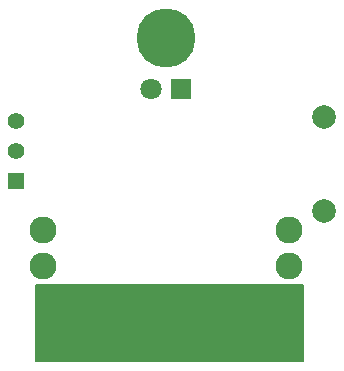
<source format=gtl>
G04 #@! TF.FileFunction,Copper,L1,Top,Signal*
%FSLAX46Y46*%
G04 Gerber Fmt 4.6, Leading zero omitted, Abs format (unit mm)*
G04 Created by KiCad (PCBNEW 4.0.7) date 10/06/19 13:23:44*
%MOMM*%
%LPD*%
G01*
G04 APERTURE LIST*
%ADD10C,0.100000*%
%ADD11C,1.998980*%
%ADD12C,5.000000*%
%ADD13C,2.286000*%
%ADD14R,1.800000X1.800000*%
%ADD15C,1.800000*%
%ADD16R,1.397000X1.397000*%
%ADD17C,1.397000*%
%ADD18C,0.200000*%
G04 APERTURE END LIST*
D10*
D11*
X188595000Y-81598000D03*
X188595000Y-89598000D03*
D12*
X175260000Y-74930000D03*
D13*
X185674000Y-94234000D03*
X164846000Y-94234000D03*
X185674000Y-91186000D03*
X164846000Y-91186000D03*
D14*
X176530000Y-79248000D03*
D15*
X173990000Y-79248000D03*
D16*
X162560000Y-86995000D03*
D17*
X162560000Y-84455000D03*
X162560000Y-81915000D03*
D18*
G36*
X186844000Y-102262000D02*
X164184000Y-102262000D01*
X164184000Y-95858000D01*
X186844000Y-95858000D01*
X186844000Y-102262000D01*
X186844000Y-102262000D01*
G37*
X186844000Y-102262000D02*
X164184000Y-102262000D01*
X164184000Y-95858000D01*
X186844000Y-95858000D01*
X186844000Y-102262000D01*
M02*

</source>
